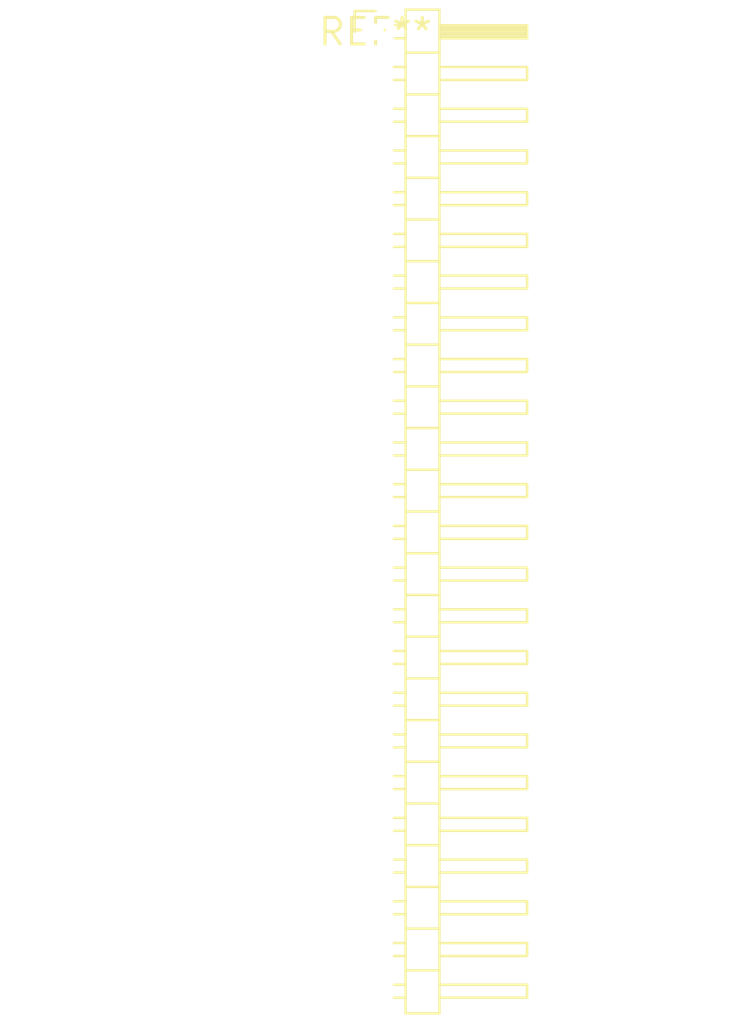
<source format=kicad_pcb>
(kicad_pcb (version 20240108) (generator pcbnew)
  (layers (0 "F.Cu" signal) (31 "B.Cu" signal) (34 "B.Paste" user) (35 "F.Paste" user) (36 "B.SilkS" user "B.Silkscreen") (37 "F.SilkS" user "F.Silkscreen") (38 "B.Mask" user) (39 "F.Mask" user) (44 "Edge.Cuts" user))
  (net 0 "")
  (footprint "PinHeader_1x24_P2.00mm_Horizontal" (layer "F.Cu") (at 0 0)
    (property "Reference" "REF**")
    (property "Value" "PinHeader_1x24_P2.00mm_Horizontal")
    (fp_line (start -1 -1) (end 0 -1) (layer "F.SilkS") (stroke (width 0.12)))
    (fp_line (start -1 0) (end -1 -1) (layer "F.SilkS") (stroke (width 0.12)))
    (fp_line (start 0.882114 1.69) (end 1.44 1.69) (layer "F.SilkS") (stroke (width 0.12)))
    (fp_line (start 0.882114 2.31) (end 1.44 2.31) (layer "F.SilkS") (stroke (width 0.12)))
    (fp_line (start 0.882114 3.69) (end 1.44 3.69) (layer "F.SilkS") (stroke (width 0.12)))
    (fp_line (start 0.882114 4.31) (end 1.44 4.31) (layer "F.SilkS") (stroke (width 0.12)))
    (fp_line (start 0.882114 5.69) (end 1.44 5.69) (layer "F.SilkS") (stroke (width 0.12)))
    (fp_line (start 0.882114 6.31) (end 1.44 6.31) (layer "F.SilkS") (stroke (width 0.12)))
    (fp_line (start 0.882114 7.69) (end 1.44 7.69) (layer "F.SilkS") (stroke (width 0.12)))
    (fp_line (start 0.882114 8.31) (end 1.44 8.31) (layer "F.SilkS") (stroke (width 0.12)))
    (fp_line (start 0.882114 9.69) (end 1.44 9.69) (layer "F.SilkS") (stroke (width 0.12)))
    (fp_line (start 0.882114 10.31) (end 1.44 10.31) (layer "F.SilkS") (stroke (width 0.12)))
    (fp_line (start 0.882114 11.69) (end 1.44 11.69) (layer "F.SilkS") (stroke (width 0.12)))
    (fp_line (start 0.882114 12.31) (end 1.44 12.31) (layer "F.SilkS") (stroke (width 0.12)))
    (fp_line (start 0.882114 13.69) (end 1.44 13.69) (layer "F.SilkS") (stroke (width 0.12)))
    (fp_line (start 0.882114 14.31) (end 1.44 14.31) (layer "F.SilkS") (stroke (width 0.12)))
    (fp_line (start 0.882114 15.69) (end 1.44 15.69) (layer "F.SilkS") (stroke (width 0.12)))
    (fp_line (start 0.882114 16.31) (end 1.44 16.31) (layer "F.SilkS") (stroke (width 0.12)))
    (fp_line (start 0.882114 17.69) (end 1.44 17.69) (layer "F.SilkS") (stroke (width 0.12)))
    (fp_line (start 0.882114 18.31) (end 1.44 18.31) (layer "F.SilkS") (stroke (width 0.12)))
    (fp_line (start 0.882114 19.69) (end 1.44 19.69) (layer "F.SilkS") (stroke (width 0.12)))
    (fp_line (start 0.882114 20.31) (end 1.44 20.31) (layer "F.SilkS") (stroke (width 0.12)))
    (fp_line (start 0.882114 21.69) (end 1.44 21.69) (layer "F.SilkS") (stroke (width 0.12)))
    (fp_line (start 0.882114 22.31) (end 1.44 22.31) (layer "F.SilkS") (stroke (width 0.12)))
    (fp_line (start 0.882114 23.69) (end 1.44 23.69) (layer "F.SilkS") (stroke (width 0.12)))
    (fp_line (start 0.882114 24.31) (end 1.44 24.31) (layer "F.SilkS") (stroke (width 0.12)))
    (fp_line (start 0.882114 25.69) (end 1.44 25.69) (layer "F.SilkS") (stroke (width 0.12)))
    (fp_line (start 0.882114 26.31) (end 1.44 26.31) (layer "F.SilkS") (stroke (width 0.12)))
    (fp_line (start 0.882114 27.69) (end 1.44 27.69) (layer "F.SilkS") (stroke (width 0.12)))
    (fp_line (start 0.882114 28.31) (end 1.44 28.31) (layer "F.SilkS") (stroke (width 0.12)))
    (fp_line (start 0.882114 29.69) (end 1.44 29.69) (layer "F.SilkS") (stroke (width 0.12)))
    (fp_line (start 0.882114 30.31) (end 1.44 30.31) (layer "F.SilkS") (stroke (width 0.12)))
    (fp_line (start 0.882114 31.69) (end 1.44 31.69) (layer "F.SilkS") (stroke (width 0.12)))
    (fp_line (start 0.882114 32.31) (end 1.44 32.31) (layer "F.SilkS") (stroke (width 0.12)))
    (fp_line (start 0.882114 33.69) (end 1.44 33.69) (layer "F.SilkS") (stroke (width 0.12)))
    (fp_line (start 0.882114 34.31) (end 1.44 34.31) (layer "F.SilkS") (stroke (width 0.12)))
    (fp_line (start 0.882114 35.69) (end 1.44 35.69) (layer "F.SilkS") (stroke (width 0.12)))
    (fp_line (start 0.882114 36.31) (end 1.44 36.31) (layer "F.SilkS") (stroke (width 0.12)))
    (fp_line (start 0.882114 37.69) (end 1.44 37.69) (layer "F.SilkS") (stroke (width 0.12)))
    (fp_line (start 0.882114 38.31) (end 1.44 38.31) (layer "F.SilkS") (stroke (width 0.12)))
    (fp_line (start 0.882114 39.69) (end 1.44 39.69) (layer "F.SilkS") (stroke (width 0.12)))
    (fp_line (start 0.882114 40.31) (end 1.44 40.31) (layer "F.SilkS") (stroke (width 0.12)))
    (fp_line (start 0.882114 41.69) (end 1.44 41.69) (layer "F.SilkS") (stroke (width 0.12)))
    (fp_line (start 0.882114 42.31) (end 1.44 42.31) (layer "F.SilkS") (stroke (width 0.12)))
    (fp_line (start 0.882114 43.69) (end 1.44 43.69) (layer "F.SilkS") (stroke (width 0.12)))
    (fp_line (start 0.882114 44.31) (end 1.44 44.31) (layer "F.SilkS") (stroke (width 0.12)))
    (fp_line (start 0.882114 45.69) (end 1.44 45.69) (layer "F.SilkS") (stroke (width 0.12)))
    (fp_line (start 0.882114 46.31) (end 1.44 46.31) (layer "F.SilkS") (stroke (width 0.12)))
    (fp_line (start 0.935 -0.31) (end 1.44 -0.31) (layer "F.SilkS") (stroke (width 0.12)))
    (fp_line (start 0.935 0.31) (end 1.44 0.31) (layer "F.SilkS") (stroke (width 0.12)))
    (fp_line (start 1.44 -1.06) (end 1.44 47.06) (layer "F.SilkS") (stroke (width 0.12)))
    (fp_line (start 1.44 1) (end 3.06 1) (layer "F.SilkS") (stroke (width 0.12)))
    (fp_line (start 1.44 3) (end 3.06 3) (layer "F.SilkS") (stroke (width 0.12)))
    (fp_line (start 1.44 5) (end 3.06 5) (layer "F.SilkS") (stroke (width 0.12)))
    (fp_line (start 1.44 7) (end 3.06 7) (layer "F.SilkS") (stroke (width 0.12)))
    (fp_line (start 1.44 9) (end 3.06 9) (layer "F.SilkS") (stroke (width 0.12)))
    (fp_line (start 1.44 11) (end 3.06 11) (layer "F.SilkS") (stroke (width 0.12)))
    (fp_line (start 1.44 13) (end 3.06 13) (layer "F.SilkS") (stroke (width 0.12)))
    (fp_line (start 1.44 15) (end 3.06 15) (layer "F.SilkS") (stroke (width 0.12)))
    (fp_line (start 1.44 17) (end 3.06 17) (layer "F.SilkS") (stroke (width 0.12)))
    (fp_line (start 1.44 19) (end 3.06 19) (layer "F.SilkS") (stroke (width 0.12)))
    (fp_line (start 1.44 21) (end 3.06 21) (layer "F.SilkS") (stroke (width 0.12)))
    (fp_line (start 1.44 23) (end 3.06 23) (layer "F.SilkS") (stroke (width 0.12)))
    (fp_line (start 1.44 25) (end 3.06 25) (layer "F.SilkS") (stroke (width 0.12)))
    (fp_line (start 1.44 27) (end 3.06 27) (layer "F.SilkS") (stroke (width 0.12)))
    (fp_line (start 1.44 29) (end 3.06 29) (layer "F.SilkS") (stroke (width 0.12)))
    (fp_line (start 1.44 31) (end 3.06 31) (layer "F.SilkS") (stroke (width 0.12)))
    (fp_line (start 1.44 33) (end 3.06 33) (layer "F.SilkS") (stroke (width 0.12)))
    (fp_line (start 1.44 35) (end 3.06 35) (layer "F.SilkS") (stroke (width 0.12)))
    (fp_line (start 1.44 37) (end 3.06 37) (layer "F.SilkS") (stroke (width 0.12)))
    (fp_line (start 1.44 39) (end 3.06 39) (layer "F.SilkS") (stroke (width 0.12)))
    (fp_line (start 1.44 41) (end 3.06 41) (layer "F.SilkS") (stroke (width 0.12)))
    (fp_line (start 1.44 43) (end 3.06 43) (layer "F.SilkS") (stroke (width 0.12)))
    (fp_line (start 1.44 45) (end 3.06 45) (layer "F.SilkS") (stroke (width 0.12)))
    (fp_line (start 1.44 47.06) (end 3.06 47.06) (layer "F.SilkS") (stroke (width 0.12)))
    (fp_line (start 3.06 -1.06) (end 1.44 -1.06) (layer "F.SilkS") (stroke (width 0.12)))
    (fp_line (start 3.06 -0.31) (end 7.26 -0.31) (layer "F.SilkS") (stroke (width 0.12)))
    (fp_line (start 3.06 -0.25) (end 7.26 -0.25) (layer "F.SilkS") (stroke (width 0.12)))
    (fp_line (start 3.06 -0.13) (end 7.26 -0.13) (layer "F.SilkS") (stroke (width 0.12)))
    (fp_line (start 3.06 -0.01) (end 7.26 -0.01) (layer "F.SilkS") (stroke (width 0.12)))
    (fp_line (start 3.06 0.11) (end 7.26 0.11) (layer "F.SilkS") (stroke (width 0.12)))
    (fp_line (start 3.06 0.23) (end 7.26 0.23) (layer "F.SilkS") (stroke (width 0.12)))
    (fp_line (start 3.06 1.69) (end 7.26 1.69) (layer "F.SilkS") (stroke (width 0.12)))
    (fp_line (start 3.06 3.69) (end 7.26 3.69) (layer "F.SilkS") (stroke (width 0.12)))
    (fp_line (start 3.06 5.69) (end 7.26 5.69) (layer "F.SilkS") (stroke (width 0.12)))
    (fp_line (start 3.06 7.69) (end 7.26 7.69) (layer "F.SilkS") (stroke (width 0.12)))
    (fp_line (start 3.06 9.69) (end 7.26 9.69) (layer "F.SilkS") (stroke (width 0.12)))
    (fp_line (start 3.06 11.69) (end 7.26 11.69) (layer "F.SilkS") (stroke (width 0.12)))
    (fp_line (start 3.06 13.69) (end 7.26 13.69) (layer "F.SilkS") (stroke (width 0.12)))
    (fp_line (start 3.06 15.69) (end 7.26 15.69) (layer "F.SilkS") (stroke (width 0.12)))
    (fp_line (start 3.06 17.69) (end 7.26 17.69) (layer "F.SilkS") (stroke (width 0.12)))
    (fp_line (start 3.06 19.69) (end 7.26 19.69) (layer "F.SilkS") (stroke (width 0.12)))
    (fp_line (start 3.06 21.69) (end 7.26 21.69) (layer "F.SilkS") (stroke (width 0.12)))
    (fp_line (start 3.06 23.69) (end 7.26 23.69) (layer "F.SilkS") (stroke (width 0.12)))
    (fp_line (start 3.06 25.69) (end 7.26 25.69) (layer "F.SilkS") (stroke (width 0.12)))
    (fp_line (start 3.06 27.69) (end 7.26 27.69) (layer "F.SilkS") (stroke (width 0.12)))
    (fp_line (start 3.06 29.69) (end 7.26 29.69) (layer "F.SilkS") (stroke (width 0.12)))
    (fp_line (start 3.06 31.69) (end 7.26 31.69) (layer "F.SilkS") (stroke (width 0.12)))
    (fp_line (start 3.06 33.69) (end 7.26 33.69) (layer "F.SilkS") (stroke (width 0.12)))
    (fp_line (start 3.06 35.69) (end 7.26 35.69) (layer "F.SilkS") (stroke (width 0.12)))
    (fp_line (start 3.06 37.69) (end 7.26 37.69) (layer "F.SilkS") (stroke (width 0.12)))
    (fp_line (start 3.06 39.69) (end 7.26 39.69) (layer "F.SilkS") (stroke (width 0.12)))
    (fp_line (start 3.06 41.69) (end 7.26 41.69) (layer "F.SilkS") (stroke (width 0.12)))
    (fp_line (start 3.06 43.69) (end 7.26 43.69) (layer "F.SilkS") (stroke (width 0.12)))
    (fp_line (start 3.06 45.69) (end 7.26 45.69) (layer "F.SilkS") (stroke (width 0.12)))
    (fp_line (start 3.06 47.06) (end 3.06 -1.06) (layer "F.SilkS") (stroke (width 0.12)))
    (fp_line (start 7.26 -0.31) (end 7.26 0.31) (layer "F.SilkS") (stroke (width 0.12)))
    (fp_line (start 7.26 0.31) (end 3.06 0.31) (layer "F.SilkS") (stroke (width 0.12)))
    (fp_line (start 7.26 1.69) (end 7.26 2.31) (layer "F.SilkS") (stroke (width 0.12)))
    (fp_line (start 7.26 2.31) (end 3.06 2.31) (layer "F.SilkS") (stroke (width 0.12)))
    (fp_line (start 7.26 3.69) (end 7.26 4.31) (layer "F.SilkS") (stroke (width 0.12)))
    (fp_line (start 7.26 4.31) (end 3.06 4.31) (layer "F.SilkS") (stroke (width 0.12)))
    (fp_line (start 7.26 5.69) (end 7.26 6.31) (layer "F.SilkS") (stroke (width 0.12)))
    (fp_line (start 7.26 6.31) (end 3.06 6.31) (layer "F.SilkS") (stroke (width 0.12)))
    (fp_line (start 7.26 7.69) (end 7.26 8.31) (layer "F.SilkS") (stroke (width 0.12)))
    (fp_line (start 7.26 8.31) (end 3.06 8.31) (layer "F.SilkS") (stroke (width 0.12)))
    (fp_line (start 7.26 9.69) (end 7.26 10.31) (layer "F.SilkS") (stroke (width 0.12)))
    (fp_line (start 7.26 10.31) (end 3.06 10.31) (layer "F.SilkS") (stroke (width 0.12)))
    (fp_line (start 7.26 11.69) (end 7.26 12.31) (layer "F.SilkS") (stroke (width 0.12)))
    (fp_line (start 7.26 12.31) (end 3.06 12.31) (layer "F.SilkS") (stroke (width 0.12)))
    (fp_line (start 7.26 13.69) (end 7.26 14.31) (layer "F.SilkS") (stroke (width 0.12)))
    (fp_line (start 7.26 14.31) (end 3.06 14.31) (layer "F.SilkS") (stroke (width 0.12)))
    (fp_line (start 7.26 15.69) (end 7.26 16.31) (layer "F.SilkS") (stroke (width 0.12)))
    (fp_line (start 7.26 16.31) (end 3.06 16.31) (layer "F.SilkS") (stroke (width 0.12)))
    (fp_line (start 7.26 17.69) (end 7.26 18.31) (layer "F.SilkS") (stroke (width 0.12)))
    (fp_line (start 7.26 18.31) (end 3.06 18.31) (layer "F.SilkS") (stroke (width 0.12)))
    (fp_line (start 7.26 19.69) (end 7.26 20.31) (layer "F.SilkS") (stroke (width 0.12)))
    (fp_line (start 7.26 20.31) (end 3.06 20.31) (layer "F.SilkS") (stroke (width 0.12)))
    (fp_line (start 7.26 21.69) (end 7.26 22.31) (layer "F.SilkS") (stroke (width 0.12)))
    (fp_line (start 7.26 22.31) (end 3.06 22.31) (layer "F.SilkS") (stroke (width 0.12)))
    (fp_line (start 7.26 23.69) (end 7.26 24.31) (layer "F.SilkS") (stroke (width 0.12)))
    (fp_line (start 7.26 24.31) (end 3.06 24.31) (layer "F.SilkS") (stroke (width 0.12)))
    (fp_line (start 7.26 25.69) (end 7.26 26.31) (layer "F.SilkS") (stroke (width 0.12)))
    (fp_line (start 7.26 26.31) (end 3.06 26.31) (layer "F.SilkS") (stroke (width 0.12)))
    (fp_line (start 7.26 27.69) (end 7.26 28.31) (layer "F.SilkS") (stroke (width 0.12)))
    (fp_line (start 7.26 28.31) (end 3.06 28.31) (layer "F.SilkS") (stroke (width 0.12)))
    (fp_line (start 7.26 29.69) (end 7.26 30.31) (layer "F.SilkS") (stroke (width 0.12)))
    (fp_line (start 7.26 30.31) (end 3.06 30.31) (layer "F.SilkS") (stroke (width 0.12)))
    (fp_line (start 7.26 31.69) (end 7.26 32.31) (layer "F.SilkS") (stroke (width 0.12)))
    (fp_line (start 7.26 32.31) (end 3.06 32.31) (layer "F.SilkS") (stroke (width 0.12)))
    (fp_line (start 7.26 33.69) (end 7.26 34.31) (layer "F.SilkS") (stroke (width 0.12)))
    (fp_line (start 7.26 34.31) (end 3.06 34.31) (layer "F.SilkS") (stroke (width 0.12)))
    (fp_line (start 7.26 35.69) (end 7.26 36.31) (layer "F.SilkS") (stroke (width 0.12)))
    (fp_line (start 7.26 36.31) (end 3.06 36.31) (layer "F.SilkS") (stroke (width 0.12)))
    (fp_line (start 7.26 37.69) (end 7.26 38.31) (layer "F.SilkS") (stroke (width 0.12)))
    (fp_line (start 7.26 38.31) (end 3.06 38.31) (layer "F.SilkS") (stroke (width 0.12)))
    (fp_line (start 7.26 39.69) (end 7.26 40.31) (layer "F.SilkS") (stroke (width 0.12)))
    (fp_line (start 7.26 40.31) (end 3.06 40.31) (layer "F.SilkS") (stroke (width 0.12)))
    (fp_line (start 7.26 41.69) (end 7.26 42.31) (layer "F.SilkS") (stroke (width 0.12)))
    (fp_line (start 7.26 42.31) (end 3.06 42.31) (layer "F.SilkS") (stroke (width 0.12)))
    (fp_line (start 7.26 43.69) (end 7.26 44.31) (layer "F.SilkS") (stroke (width 0.12)))
    (fp_line (start 7.26 44.31) (end 3.06 44.31) (layer "F.SilkS") (stroke (width 0.12)))
    (fp_line (start 7.26 45.69) (end 7.26 46.31) (layer "F.SilkS") (stroke (width 0.12)))
    (fp_line (start 7.26 46.31) (end 3.06 46.31) (layer "F.SilkS") (stroke (width 0.12)))
    (pad "1" thru_hole rect (at 0 0) (size 1.35 1.35) (drill 0.8) (layers *.Cu *.Mask) (remove_unused_layers))
    (pad "2" thru_hole oval (at 0 2) (size 1.35 1.35) (drill 0.8) (layers *.Cu *.Mask) (remove_unused_layers))
    (pad "3" thru_hole oval (at 0 4) (size 1.35 1.35) (drill 0.8) (layers *.Cu *.Mask) (remove_unused_layers))
    (pad "4" thru_hole oval (at 0 6) (size 1.35 1.35) (drill 0.8) (layers *.Cu *.Mask) (remove_unused_layers))
    (pad "5" thru_hole oval (at 0 8) (size 1.35 1.35) (drill 0.8) (layers *.Cu *.Mask) (remove_unused_layers))
    (pad "6" thru_hole oval (at 0 10) (size 1.35 1.35) (drill 0.8) (layers *.Cu *.Mask) (remove_unused_layers))
    (pad "7" thru_hole oval (at 0 12) (size 1.35 1.35) (drill 0.8) (layers *.Cu *.Mask) (remove_unused_layers))
    (pad "8" thru_hole oval (at 0 14) (size 1.35 1.35) (drill 0.8) (layers *.Cu *.Mask) (remove_unused_layers))
    (pad "9" thru_hole oval (at 0 16) (size 1.35 1.35) (drill 0.8) (layers *.Cu *.Mask) (remove_unused_layers))
    (pad "10" thru_hole oval (at 0 18) (size 1.35 1.35) (drill 0.8) (layers *.Cu *.Mask) (remove_unused_layers))
    (pad "11" thru_hole oval (at 0 20) (size 1.35 1.35) (drill 0.8) (layers *.Cu *.Mask) (remove_unused_layers))
    (pad "12" thru_hole oval (at 0 22) (size 1.35 1.35) (drill 0.8) (layers *.Cu *.Mask) (remove_unused_layers))
    (pad "13" thru_hole oval (at 0 24) (size 1.35 1.35) (drill 0.8) (layers *.Cu *.Mask) (remove_unused_layers))
    (pad "14" thru_hole oval (at 0 26) (size 1.35 1.35) (drill 0.8) (layers *.Cu *.Mask) (remove_unused_layers))
    (pad "15" thru_hole oval (at 0 28) (size 1.35 1.35) (drill 0.8) (layers *.Cu *.Mask) (remove_unused_layers))
    (pad "16" thru_hole oval (at 0 30) (size 1.35 1.35) (drill 0.8) (layers *.Cu *.Mask) (remove_unused_layers))
    (pad "17" thru_hole oval (at 0 32) (size 1.35 1.35) (drill 0.8) (layers *.Cu *.Mask) (remove_unused_layers))
    (pad "18" thru_hole oval (at 0 34) (size 1.35 1.35) (drill 0.8) (layers *.Cu *.Mask) (remove_unused_layers))
    (pad "19" thru_hole oval (at 0 36) (size 1.35 1.35) (drill 0.8) (layers *.Cu *.Mask) (remove_unused_layers))
    (pad "20" thru_hole oval (at 0 38) (size 1.35 1.35) (drill 0.8) (layers *.Cu *.Mask) (remove_unused_layers))
    (pad "21" thru_hole oval (at 0 40) (size 1.35 1.35) (drill 0.8) (layers *.Cu *.Mask) (remove_unused_layers))
    (pad "22" thru_hole oval (at 0 42) (size 1.35 1.35) (drill 0.8) (layers *.Cu *.Mask) (remove_unused_layers))
    (pad "23" thru_hole oval (at 0 44) (size 1.35 1.35) (drill 0.8) (layers *.Cu *.Mask) (remove_unused_layers))
    (pad "24" thru_hole oval (at 0 46) (size 1.35 1.35) (drill 0.8) (layers *.Cu *.Mask) (remove_unused_layers))
  )
)
</source>
